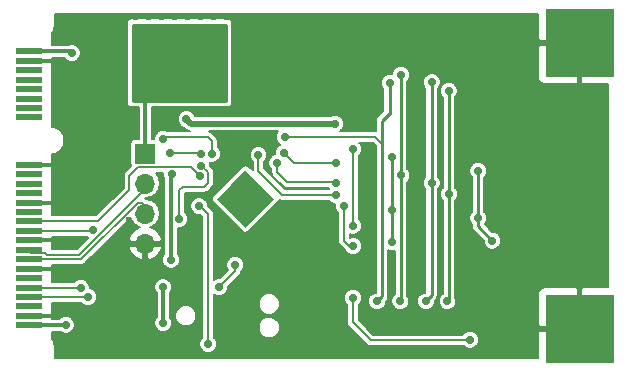
<source format=gbl>
G04 #@! TF.FileFunction,Copper,L2,Bot,Signal*
%FSLAX46Y46*%
G04 Gerber Fmt 4.6, Leading zero omitted, Abs format (unit mm)*
G04 Created by KiCad (PCBNEW 4.0.4-stable) date 01/24/17 10:41:02*
%MOMM*%
%LPD*%
G01*
G04 APERTURE LIST*
%ADD10C,0.150000*%
%ADD11C,0.600000*%
%ADD12R,1.700000X1.700000*%
%ADD13O,1.700000X1.700000*%
%ADD14R,5.800000X5.800000*%
%ADD15R,2.300000X0.600000*%
%ADD16C,0.711200*%
%ADD17C,0.203200*%
%ADD18C,0.300000*%
%ADD19C,0.508000*%
%ADD20C,0.304800*%
%ADD21C,0.254000*%
%ADD22C,0.200000*%
G04 APERTURE END LIST*
D10*
D11*
X125285500Y-84381500D03*
X129667000Y-95621000D03*
X119380000Y-95621000D03*
X159246000Y-95621000D03*
X158146000Y-95621000D03*
X157046000Y-95621000D03*
X155946000Y-95621000D03*
X154846000Y-95621000D03*
X153746000Y-95621000D03*
X152646000Y-95621000D03*
X151546000Y-95621000D03*
X150446000Y-95621000D03*
X149346000Y-95621000D03*
X148246000Y-95621000D03*
X147146000Y-95621000D03*
X146046000Y-95621000D03*
X144946000Y-95621000D03*
X143846000Y-95621000D03*
X142746000Y-95621000D03*
X141646000Y-95621000D03*
X140546000Y-95621000D03*
X139446000Y-95621000D03*
X158853000Y-67183000D03*
X157753000Y-67183000D03*
X156653000Y-67183000D03*
X155553000Y-67183000D03*
X154453000Y-67183000D03*
X153353000Y-67183000D03*
X152253000Y-67183000D03*
X151153000Y-67183000D03*
X150053000Y-67183000D03*
X148953000Y-67183000D03*
X147853000Y-67183000D03*
X146753000Y-67183000D03*
X145653000Y-67183000D03*
X144553000Y-67183000D03*
X143453000Y-67183000D03*
X142353000Y-67183000D03*
X141253000Y-67183000D03*
X140153000Y-67183000D03*
X139053000Y-67183000D03*
X137953000Y-67183000D03*
X136853000Y-67183000D03*
X135753000Y-67183000D03*
X134653000Y-67183000D03*
X133553000Y-67183000D03*
X132453000Y-67183000D03*
X131353000Y-67183000D03*
X130253000Y-67183000D03*
X129153000Y-67183000D03*
X128053000Y-67183000D03*
X126953000Y-67183000D03*
X125853000Y-67183000D03*
X124753000Y-67183000D03*
X123653000Y-67183000D03*
X122553000Y-67183000D03*
X121453000Y-67183000D03*
X120353000Y-67183000D03*
X119253000Y-67183000D03*
X165608000Y-89652000D03*
X165608000Y-88552000D03*
X165608000Y-87452000D03*
X165608000Y-86352000D03*
X165608000Y-85252000D03*
X165608000Y-84152000D03*
X165608000Y-83052000D03*
X165608000Y-81952000D03*
X165608000Y-80852000D03*
X165608000Y-79752000D03*
X165608000Y-78652000D03*
X165608000Y-77552000D03*
X165608000Y-76452000D03*
X165608000Y-75352000D03*
X165608000Y-74252000D03*
X131318000Y-72390000D03*
X130302000Y-72390000D03*
X129159000Y-72390000D03*
X131359000Y-71120000D03*
X130259000Y-71120000D03*
X160909000Y-79883000D03*
X160528000Y-81534000D03*
X159131000Y-81534000D03*
X159639000Y-79883000D03*
X157988000Y-80772000D03*
X159131000Y-78867000D03*
X157353000Y-78867000D03*
X159131000Y-75057000D03*
X158750000Y-73787000D03*
X157353000Y-74803000D03*
X156210000Y-73787000D03*
X157607000Y-72644000D03*
X155321000Y-72644000D03*
D12*
X126619000Y-78740000D03*
D13*
X126619000Y-81280000D03*
X126619000Y-83820000D03*
X126619000Y-86360000D03*
D11*
X165608000Y-73152000D03*
D14*
X163394000Y-69372000D03*
X163394000Y-93572000D03*
D11*
X129159000Y-71120000D03*
D15*
X116744000Y-70072000D03*
X116744000Y-70872000D03*
X116744000Y-71672000D03*
X116744000Y-72472000D03*
X116744000Y-73272000D03*
X116744000Y-74072000D03*
X116744000Y-74872000D03*
X116744000Y-75672000D03*
X116744000Y-79672000D03*
X116744000Y-80472000D03*
X116744000Y-81272000D03*
X116744000Y-82072000D03*
X116744000Y-82872000D03*
X116744000Y-83672000D03*
X116744000Y-84472000D03*
X116744000Y-85272000D03*
X116744000Y-86072000D03*
X116744000Y-86872000D03*
X116744000Y-87672000D03*
X116744000Y-88472000D03*
X116744000Y-89272000D03*
X116744000Y-90072000D03*
X116744000Y-90872000D03*
X116744000Y-91672000D03*
X116744000Y-92472000D03*
X116744000Y-93272000D03*
D10*
G36*
X136322359Y-83796715D02*
X135102600Y-85016474D01*
X133882841Y-83796715D01*
X135102600Y-82576956D01*
X136322359Y-83796715D01*
X136322359Y-83796715D01*
G37*
G36*
X135101044Y-82575400D02*
X133881285Y-83795159D01*
X132661526Y-82575400D01*
X133881285Y-81355641D01*
X135101044Y-82575400D01*
X135101044Y-82575400D01*
G37*
G36*
X137543674Y-82575400D02*
X136323915Y-83795159D01*
X135104156Y-82575400D01*
X136323915Y-81355641D01*
X137543674Y-82575400D01*
X137543674Y-82575400D01*
G37*
G36*
X136322359Y-81354085D02*
X135102600Y-82573844D01*
X133882841Y-81354085D01*
X135102600Y-80134326D01*
X136322359Y-81354085D01*
X136322359Y-81354085D01*
G37*
D11*
X135102600Y-83796715D03*
X133881285Y-82575400D03*
X136323915Y-82575400D03*
X135102600Y-81354085D03*
X135102600Y-82575400D03*
D16*
X119380000Y-88519000D03*
X119380000Y-92329000D03*
X119443500Y-72961500D03*
X119591000Y-79672000D03*
X119467000Y-83272000D03*
X119219000Y-86072000D03*
X142684500Y-76200000D03*
X128143000Y-93091000D03*
X128143000Y-90043000D03*
X130111500Y-75819000D03*
X128803400Y-87731600D03*
X128854200Y-80492600D03*
X121158000Y-90106500D03*
X121793000Y-90868500D03*
X137795000Y-79502000D03*
X150876000Y-81216500D03*
X142748000Y-81216500D03*
X150876000Y-72694800D03*
X150368000Y-91249500D03*
X138430000Y-77343000D03*
X147320000Y-72720200D03*
X146240500Y-91249500D03*
X138366500Y-78676500D03*
X148272500Y-80581500D03*
X142748000Y-79502000D03*
X148272500Y-72072500D03*
X148209000Y-91249500D03*
X152336500Y-82169000D03*
X136207500Y-78867000D03*
X142748000Y-82232500D03*
X152323800Y-73406000D03*
X152209500Y-91249500D03*
X130733800Y-71755000D03*
X132905500Y-90043000D03*
X134239000Y-88138000D03*
X131254500Y-80645000D03*
X131381500Y-79756000D03*
X129476500Y-84264500D03*
X122174000Y-85217000D03*
X132270500Y-78740000D03*
X128143000Y-77470000D03*
X131318000Y-78803500D03*
X128714500Y-78676500D03*
X120396000Y-70231000D03*
X119888000Y-93218000D03*
X144208500Y-84836000D03*
X144208500Y-78359000D03*
X154813000Y-84201000D03*
X154813000Y-80200500D03*
X156019500Y-86106000D03*
X147478750Y-83470750D03*
X147510500Y-86233000D03*
X147510500Y-78994000D03*
X143446500Y-83185000D03*
X144208500Y-86550500D03*
X144208500Y-90932000D03*
X154114500Y-94488000D03*
X131953000Y-94869000D03*
X131191000Y-83185000D03*
D17*
X119237000Y-92472000D02*
X119380000Y-92329000D01*
X119333000Y-88472000D02*
X119079000Y-88472000D01*
X119380000Y-88519000D02*
X119333000Y-88472000D01*
X119374000Y-72892000D02*
X119374000Y-70872000D01*
X119443500Y-72961500D02*
X119374000Y-72892000D01*
X119439000Y-82872000D02*
X119439000Y-83244000D01*
X119439000Y-83244000D02*
X119467000Y-83272000D01*
D18*
X116744000Y-82872000D02*
X119439000Y-82872000D01*
X119439000Y-82872000D02*
X119507000Y-82804000D01*
X116744000Y-70872000D02*
X119374000Y-70872000D01*
X119374000Y-70872000D02*
X119380000Y-70866000D01*
X116744000Y-86072000D02*
X119219000Y-86072000D01*
X119219000Y-86072000D02*
X119253000Y-86106000D01*
X116744000Y-88472000D02*
X119079000Y-88472000D01*
X119079000Y-88472000D02*
X119126000Y-88519000D01*
X116744000Y-92472000D02*
X119237000Y-92472000D01*
X119237000Y-92472000D02*
X119253000Y-92456000D01*
X116744000Y-79672000D02*
X119591000Y-79672000D01*
X119591000Y-79672000D02*
X119634000Y-79629000D01*
D19*
X130492500Y-76200000D02*
X142684500Y-76200000D01*
X130111500Y-75819000D02*
X130492500Y-76200000D01*
D20*
X128143000Y-90043000D02*
X128143000Y-93091000D01*
X128803400Y-80543400D02*
X128803400Y-87731600D01*
X128854200Y-80492600D02*
X128803400Y-80543400D01*
D17*
X126619000Y-81280000D02*
X126619000Y-81707538D01*
X126619000Y-81707538D02*
X125968138Y-82358400D01*
X125968138Y-82358400D02*
X121037737Y-87288801D01*
X118263683Y-87288801D02*
X118095281Y-87120399D01*
X121037737Y-87288801D02*
X118263683Y-87288801D01*
X118095281Y-87120399D02*
X116992399Y-87120399D01*
X116992399Y-87120399D02*
X116744000Y-86872000D01*
X126340631Y-82955369D02*
X125913093Y-82955369D01*
X121196462Y-87672000D02*
X117160800Y-87672000D01*
X125891883Y-82976579D02*
X121196462Y-87672000D01*
X126619000Y-83233738D02*
X126340631Y-82955369D01*
X125913093Y-82955369D02*
X125891883Y-82934159D01*
X125891883Y-82934159D02*
X125891883Y-82976579D01*
X126619000Y-83820000D02*
X126619000Y-83233738D01*
X117160800Y-87672000D02*
X116744000Y-87672000D01*
X121123500Y-90072000D02*
X116744000Y-90072000D01*
X121158000Y-90106500D02*
X121123500Y-90072000D01*
X121789500Y-90872000D02*
X116744000Y-90872000D01*
X121793000Y-90868500D02*
X121789500Y-90872000D01*
X137795000Y-79502000D02*
X137795000Y-80327500D01*
X142684500Y-81153000D02*
X142748000Y-81216500D01*
X138620500Y-81153000D02*
X142684500Y-81153000D01*
X137795000Y-80327500D02*
X138620500Y-81153000D01*
D21*
X150876000Y-81216500D02*
X150876000Y-74168000D01*
X150876000Y-72694800D02*
X150876000Y-74168000D01*
X150368000Y-91249500D02*
X150876000Y-90741500D01*
X150876000Y-90741500D02*
X150876000Y-81216500D01*
D17*
X146685000Y-77851000D02*
X146685000Y-77914500D01*
X146113500Y-77343000D02*
X146685000Y-77914500D01*
X146113500Y-77343000D02*
X138430000Y-77343000D01*
D21*
X146685000Y-79184500D02*
X146685000Y-79311500D01*
X146685000Y-79311500D02*
X146685000Y-90805000D01*
X146685000Y-90805000D02*
X146685000Y-90678000D01*
X146685000Y-90678000D02*
X146685000Y-90805000D01*
X147320000Y-75374500D02*
X147256500Y-75374500D01*
X146685000Y-75946000D02*
X146685000Y-77851000D01*
X146685000Y-77851000D02*
X146685000Y-79184500D01*
X147256500Y-75374500D02*
X146685000Y-75946000D01*
X147320000Y-72720200D02*
X147320000Y-73533000D01*
X146240500Y-91249500D02*
X146685000Y-90805000D01*
X147320000Y-75374500D02*
X147320000Y-73533000D01*
D17*
X138366500Y-78676500D02*
X139192000Y-79502000D01*
X139192000Y-79502000D02*
X142748000Y-79502000D01*
D21*
X148272500Y-80581500D02*
X148272500Y-72072500D01*
X148272500Y-91186000D02*
X148272500Y-82423000D01*
X148272500Y-82423000D02*
X148272500Y-80581500D01*
X148209000Y-91249500D02*
X148272500Y-91186000D01*
D17*
X136207500Y-78867000D02*
X136207500Y-80200500D01*
X138239500Y-82232500D02*
X142748000Y-82232500D01*
X136207500Y-80200500D02*
X138239500Y-82232500D01*
D21*
X152336500Y-73418700D02*
X152336500Y-74803000D01*
X152323800Y-73406000D02*
X152336500Y-73418700D01*
X152336500Y-91122500D02*
X152336500Y-82169000D01*
X152336500Y-82169000D02*
X152336500Y-74803000D01*
X152209500Y-91249500D02*
X152336500Y-91122500D01*
D20*
X126619000Y-78740000D02*
X126619000Y-73558400D01*
X127736600Y-72440800D02*
X126619000Y-73558400D01*
X130048000Y-72440800D02*
X127736600Y-72440800D01*
X130048000Y-72440800D02*
X130733800Y-71755000D01*
D17*
X132905500Y-90043000D02*
X134239000Y-88709500D01*
X134239000Y-88709500D02*
X134239000Y-88138000D01*
X134302500Y-88201500D02*
X134239000Y-88138000D01*
X120379000Y-84472000D02*
X122665000Y-84472000D01*
X125285500Y-80645000D02*
X126047500Y-79883000D01*
X125285500Y-81851500D02*
X125285500Y-80645000D01*
X122665000Y-84472000D02*
X125285500Y-81851500D01*
X116744000Y-84472000D02*
X120379000Y-84472000D01*
X126047500Y-79883000D02*
X128587500Y-79883000D01*
X128587500Y-79883000D02*
X130492500Y-79883000D01*
X130492500Y-79883000D02*
X131254500Y-80645000D01*
X129476500Y-84264500D02*
X129476500Y-81851500D01*
X131635500Y-81534000D02*
X131953000Y-81216500D01*
X129794000Y-81534000D02*
X131635500Y-81534000D01*
X129476500Y-81851500D02*
X129794000Y-81534000D01*
X116744000Y-85272000D02*
X122119000Y-85272000D01*
X131953000Y-80327500D02*
X131381500Y-79756000D01*
X131953000Y-81216500D02*
X131953000Y-80327500D01*
X122119000Y-85272000D02*
X122174000Y-85217000D01*
X132270500Y-77660500D02*
X132270500Y-78740000D01*
X131953000Y-77343000D02*
X132270500Y-77660500D01*
X128270000Y-77343000D02*
X131953000Y-77343000D01*
X128143000Y-77470000D02*
X128270000Y-77343000D01*
X131318000Y-78803500D02*
X131191000Y-78676500D01*
X131191000Y-78676500D02*
X128714500Y-78676500D01*
D20*
X116744000Y-93272000D02*
X119834000Y-93272000D01*
X120237000Y-70072000D02*
X116744000Y-70072000D01*
D21*
X120396000Y-70231000D02*
X120237000Y-70072000D01*
X119834000Y-93272000D02*
X119888000Y-93218000D01*
D17*
X144208500Y-84836000D02*
X144208500Y-78359000D01*
D21*
X154813000Y-84899500D02*
X154813000Y-84201000D01*
X154813000Y-84201000D02*
X154813000Y-80200500D01*
X156019500Y-86106000D02*
X154813000Y-84899500D01*
D17*
X147478750Y-83470750D02*
X147510500Y-83439000D01*
X147510500Y-83439000D02*
X147447000Y-83439000D01*
X147447000Y-83439000D02*
X147510500Y-83439000D01*
D21*
X147510500Y-78994000D02*
X147510500Y-83439000D01*
X147510500Y-83439000D02*
X147510500Y-86233000D01*
D17*
X143446500Y-83185000D02*
X143446500Y-86106000D01*
X143446500Y-86106000D02*
X143891000Y-86550500D01*
X143891000Y-86550500D02*
X144208500Y-86550500D01*
X144208500Y-93027500D02*
X144208500Y-90932000D01*
X145732500Y-94551500D02*
X144208500Y-93027500D01*
X154051000Y-94551500D02*
X145732500Y-94551500D01*
X154114500Y-94488000D02*
X154051000Y-94551500D01*
X131191000Y-83185000D02*
X131254500Y-83185000D01*
X131953000Y-83883500D02*
X131953000Y-94869000D01*
X131254500Y-83185000D02*
X131953000Y-83883500D01*
D22*
G36*
X159886000Y-69066000D02*
X160038000Y-69218000D01*
X163240000Y-69218000D01*
X163240000Y-69198000D01*
X163548000Y-69198000D01*
X163548000Y-69218000D01*
X163568000Y-69218000D01*
X163568000Y-69526000D01*
X163548000Y-69526000D01*
X163548000Y-72728000D01*
X163700000Y-72880000D01*
X165844000Y-72880000D01*
X165844000Y-90064000D01*
X163700000Y-90064000D01*
X163548000Y-90216000D01*
X163548000Y-93418000D01*
X163568000Y-93418000D01*
X163568000Y-93726000D01*
X163548000Y-93726000D01*
X163548000Y-93746000D01*
X163240000Y-93746000D01*
X163240000Y-93726000D01*
X160038000Y-93726000D01*
X159886000Y-93878000D01*
X159886000Y-96022000D01*
X118994000Y-96022000D01*
X118994000Y-95122000D01*
X118985354Y-95078533D01*
X118985354Y-95034210D01*
X118924457Y-94728063D01*
X118924457Y-94728061D01*
X118889682Y-94644107D01*
X118857266Y-94565846D01*
X118857262Y-94565842D01*
X118744000Y-94396335D01*
X118744000Y-93824400D01*
X119425694Y-93824400D01*
X119459428Y-93858193D01*
X119737043Y-93973468D01*
X120037639Y-93973731D01*
X120315454Y-93858940D01*
X120528193Y-93646572D01*
X120643468Y-93368957D01*
X120643731Y-93068361D01*
X120528940Y-92790546D01*
X120316572Y-92577807D01*
X120038957Y-92462532D01*
X119738361Y-92462269D01*
X119460546Y-92577060D01*
X119317757Y-92719600D01*
X118744000Y-92719600D01*
X118744000Y-91373600D01*
X121229571Y-91373600D01*
X121364428Y-91508693D01*
X121642043Y-91623968D01*
X121942639Y-91624231D01*
X122220454Y-91509440D01*
X122433193Y-91297072D01*
X122548468Y-91019457D01*
X122548731Y-90718861D01*
X122433940Y-90441046D01*
X122221572Y-90228307D01*
X122135674Y-90192639D01*
X127387269Y-90192639D01*
X127502060Y-90470454D01*
X127590600Y-90559149D01*
X127590600Y-92574788D01*
X127502807Y-92662428D01*
X127387532Y-92940043D01*
X127387269Y-93240639D01*
X127502060Y-93518454D01*
X127714428Y-93731193D01*
X127992043Y-93846468D01*
X128292639Y-93846731D01*
X128570454Y-93731940D01*
X128783193Y-93519572D01*
X128898468Y-93241957D01*
X128898731Y-92941361D01*
X128783940Y-92663546D01*
X128754682Y-92634236D01*
X129140344Y-92634236D01*
X129277072Y-92965143D01*
X129530025Y-93218538D01*
X129860694Y-93355843D01*
X130218736Y-93356156D01*
X130549643Y-93219428D01*
X130803038Y-92966475D01*
X130940343Y-92635806D01*
X130940656Y-92277764D01*
X130803928Y-91946857D01*
X130550975Y-91693462D01*
X130220306Y-91556157D01*
X129862264Y-91555844D01*
X129531357Y-91692572D01*
X129277962Y-91945525D01*
X129140657Y-92276194D01*
X129140344Y-92634236D01*
X128754682Y-92634236D01*
X128695400Y-92574851D01*
X128695400Y-90559212D01*
X128783193Y-90471572D01*
X128898468Y-90193957D01*
X128898731Y-89893361D01*
X128783940Y-89615546D01*
X128571572Y-89402807D01*
X128293957Y-89287532D01*
X127993361Y-89287269D01*
X127715546Y-89402060D01*
X127502807Y-89614428D01*
X127387532Y-89892043D01*
X127387269Y-90192639D01*
X122135674Y-90192639D01*
X121943957Y-90113032D01*
X121913594Y-90113005D01*
X121913731Y-89956861D01*
X121798940Y-89679046D01*
X121586572Y-89466307D01*
X121308957Y-89351032D01*
X121008361Y-89350769D01*
X120730546Y-89465560D01*
X120625523Y-89570400D01*
X118744000Y-89570400D01*
X118744000Y-88173600D01*
X121196462Y-88173600D01*
X121388416Y-88135418D01*
X121551147Y-88026685D01*
X122838922Y-86738910D01*
X125211097Y-86738910D01*
X125355523Y-87087616D01*
X125730146Y-87515741D01*
X126240089Y-87767915D01*
X126465000Y-87657856D01*
X126465000Y-86514000D01*
X126773000Y-86514000D01*
X126773000Y-87657856D01*
X126997911Y-87767915D01*
X127507854Y-87515741D01*
X127882477Y-87087616D01*
X128026903Y-86738910D01*
X127915889Y-86514000D01*
X126773000Y-86514000D01*
X126465000Y-86514000D01*
X125322111Y-86514000D01*
X125211097Y-86738910D01*
X122838922Y-86738910D01*
X125413086Y-84164746D01*
X125439662Y-84298354D01*
X125710628Y-84703883D01*
X126116157Y-84974849D01*
X126171710Y-84985899D01*
X125730146Y-85204259D01*
X125355523Y-85632384D01*
X125211097Y-85981090D01*
X125322111Y-86206000D01*
X126465000Y-86206000D01*
X126465000Y-86186000D01*
X126773000Y-86186000D01*
X126773000Y-86206000D01*
X127915889Y-86206000D01*
X128026903Y-85981090D01*
X127882477Y-85632384D01*
X127507854Y-85204259D01*
X127066290Y-84985899D01*
X127121843Y-84974849D01*
X127527372Y-84703883D01*
X127798338Y-84298354D01*
X127893489Y-83820000D01*
X127798338Y-83341646D01*
X127527372Y-82936117D01*
X127121843Y-82665151D01*
X126651897Y-82571672D01*
X126587418Y-82528589D01*
X126594511Y-82530000D01*
X126643489Y-82530000D01*
X127121843Y-82434849D01*
X127527372Y-82163883D01*
X127798338Y-81758354D01*
X127893489Y-81280000D01*
X127798338Y-80801646D01*
X127527372Y-80396117D01*
X127510136Y-80384600D01*
X128098694Y-80384600D01*
X128098469Y-80642239D01*
X128213260Y-80920054D01*
X128251000Y-80957860D01*
X128251000Y-87215388D01*
X128163207Y-87303028D01*
X128047932Y-87580643D01*
X128047669Y-87881239D01*
X128162460Y-88159054D01*
X128374828Y-88371793D01*
X128652443Y-88487068D01*
X128953039Y-88487331D01*
X129230854Y-88372540D01*
X129443593Y-88160172D01*
X129558868Y-87882557D01*
X129559131Y-87581961D01*
X129444340Y-87304146D01*
X129355800Y-87215451D01*
X129355800Y-85019994D01*
X129626139Y-85020231D01*
X129903954Y-84905440D01*
X130116693Y-84693072D01*
X130231968Y-84415457D01*
X130232231Y-84114861D01*
X130117440Y-83837046D01*
X129978100Y-83697463D01*
X129978100Y-83334639D01*
X130435269Y-83334639D01*
X130550060Y-83612454D01*
X130762428Y-83825193D01*
X131040043Y-83940468D01*
X131300826Y-83940696D01*
X131451400Y-84091270D01*
X131451400Y-94302077D01*
X131312807Y-94440428D01*
X131197532Y-94718043D01*
X131197269Y-95018639D01*
X131312060Y-95296454D01*
X131524428Y-95509193D01*
X131802043Y-95624468D01*
X132102639Y-95624731D01*
X132380454Y-95509940D01*
X132593193Y-95297572D01*
X132708468Y-95019957D01*
X132708731Y-94719361D01*
X132593940Y-94441546D01*
X132454600Y-94301963D01*
X132454600Y-93634236D01*
X136240344Y-93634236D01*
X136377072Y-93965143D01*
X136630025Y-94218538D01*
X136960694Y-94355843D01*
X137318736Y-94356156D01*
X137649643Y-94219428D01*
X137903038Y-93966475D01*
X138040343Y-93635806D01*
X138040656Y-93277764D01*
X137903928Y-92946857D01*
X137650975Y-92693462D01*
X137320306Y-92556157D01*
X136962264Y-92555844D01*
X136631357Y-92692572D01*
X136377962Y-92945525D01*
X136240657Y-93276194D01*
X136240344Y-93634236D01*
X132454600Y-93634236D01*
X132454600Y-91634236D01*
X136240344Y-91634236D01*
X136377072Y-91965143D01*
X136630025Y-92218538D01*
X136960694Y-92355843D01*
X137318736Y-92356156D01*
X137649643Y-92219428D01*
X137903038Y-91966475D01*
X138040343Y-91635806D01*
X138040656Y-91277764D01*
X137959619Y-91081639D01*
X143452769Y-91081639D01*
X143567560Y-91359454D01*
X143706900Y-91499037D01*
X143706900Y-93027500D01*
X143745082Y-93219454D01*
X143853815Y-93382185D01*
X145377813Y-94906182D01*
X145377815Y-94906185D01*
X145540546Y-95014918D01*
X145732500Y-95053100D01*
X153610966Y-95053100D01*
X153685928Y-95128193D01*
X153963543Y-95243468D01*
X154264139Y-95243731D01*
X154541954Y-95128940D01*
X154754693Y-94916572D01*
X154869968Y-94638957D01*
X154870231Y-94338361D01*
X154755440Y-94060546D01*
X154543072Y-93847807D01*
X154265457Y-93732532D01*
X153964861Y-93732269D01*
X153687046Y-93847060D01*
X153483852Y-94049900D01*
X145940269Y-94049900D01*
X144710100Y-92819730D01*
X144710100Y-91498923D01*
X144848693Y-91360572D01*
X144963968Y-91082957D01*
X144964231Y-90782361D01*
X144849440Y-90504546D01*
X144637072Y-90291807D01*
X144359457Y-90176532D01*
X144058861Y-90176269D01*
X143781046Y-90291060D01*
X143568307Y-90503428D01*
X143453032Y-90781043D01*
X143452769Y-91081639D01*
X137959619Y-91081639D01*
X137903928Y-90946857D01*
X137650975Y-90693462D01*
X137320306Y-90556157D01*
X136962264Y-90555844D01*
X136631357Y-90692572D01*
X136377962Y-90945525D01*
X136240657Y-91276194D01*
X136240344Y-91634236D01*
X132454600Y-91634236D01*
X132454600Y-90660826D01*
X132476928Y-90683193D01*
X132754543Y-90798468D01*
X133055139Y-90798731D01*
X133332954Y-90683940D01*
X133545693Y-90471572D01*
X133660968Y-90193957D01*
X133661141Y-89996729D01*
X134593685Y-89064185D01*
X134702418Y-88901454D01*
X134740600Y-88709500D01*
X134740600Y-88704923D01*
X134879193Y-88566572D01*
X134994468Y-88288957D01*
X134994731Y-87988361D01*
X134879940Y-87710546D01*
X134667572Y-87497807D01*
X134389957Y-87382532D01*
X134089361Y-87382269D01*
X133811546Y-87497060D01*
X133598807Y-87709428D01*
X133483532Y-87987043D01*
X133483269Y-88287639D01*
X133598060Y-88565454D01*
X133635835Y-88603295D01*
X132951690Y-89287440D01*
X132755861Y-89287269D01*
X132478046Y-89402060D01*
X132454600Y-89425465D01*
X132454600Y-83883500D01*
X132416418Y-83691546D01*
X132307685Y-83528815D01*
X131946615Y-83167745D01*
X131946731Y-83035361D01*
X131831940Y-82757546D01*
X131619572Y-82544807D01*
X131341957Y-82429532D01*
X131041361Y-82429269D01*
X130763546Y-82544060D01*
X130550807Y-82756428D01*
X130435532Y-83034043D01*
X130435269Y-83334639D01*
X129978100Y-83334639D01*
X129978100Y-82059270D01*
X130001770Y-82035600D01*
X131635500Y-82035600D01*
X131827454Y-81997418D01*
X131990185Y-81888685D01*
X132307685Y-81571185D01*
X132416418Y-81408454D01*
X132454600Y-81216500D01*
X132454600Y-80327500D01*
X132416418Y-80135546D01*
X132307685Y-79972815D01*
X132137060Y-79802190D01*
X132137231Y-79606361D01*
X132085585Y-79481367D01*
X132119543Y-79495468D01*
X132420139Y-79495731D01*
X132697954Y-79380940D01*
X132910693Y-79168572D01*
X133025968Y-78890957D01*
X133026231Y-78590361D01*
X132911440Y-78312546D01*
X132772100Y-78172963D01*
X132772100Y-77660500D01*
X132733918Y-77468546D01*
X132625185Y-77305815D01*
X132307685Y-76988315D01*
X132144954Y-76879582D01*
X132016345Y-76854000D01*
X137850341Y-76854000D01*
X137789807Y-76914428D01*
X137674532Y-77192043D01*
X137674269Y-77492639D01*
X137789060Y-77770454D01*
X138001428Y-77983193D01*
X138033527Y-77996521D01*
X137939046Y-78035560D01*
X137726307Y-78247928D01*
X137611032Y-78525543D01*
X137610826Y-78760538D01*
X137367546Y-78861060D01*
X137154807Y-79073428D01*
X137039532Y-79351043D01*
X137039269Y-79651639D01*
X137154060Y-79929454D01*
X137293400Y-80069037D01*
X137293400Y-80327500D01*
X137331582Y-80519454D01*
X137440315Y-80682185D01*
X138265815Y-81507685D01*
X138428546Y-81616418D01*
X138620500Y-81654600D01*
X142117687Y-81654600D01*
X142187420Y-81724454D01*
X142180963Y-81730900D01*
X138447270Y-81730900D01*
X136709100Y-79992730D01*
X136709100Y-79433923D01*
X136847693Y-79295572D01*
X136962968Y-79017957D01*
X136963231Y-78717361D01*
X136848440Y-78439546D01*
X136636072Y-78226807D01*
X136358457Y-78111532D01*
X136057861Y-78111269D01*
X135780046Y-78226060D01*
X135567307Y-78438428D01*
X135452032Y-78716043D01*
X135451769Y-79016639D01*
X135566560Y-79294454D01*
X135705900Y-79434037D01*
X135705900Y-80160858D01*
X135390984Y-79845942D01*
X135266446Y-79760850D01*
X135108234Y-79726529D01*
X134949134Y-79756466D01*
X134814216Y-79845942D01*
X133594457Y-81065701D01*
X133593802Y-81066659D01*
X133592901Y-81067257D01*
X132373142Y-82287016D01*
X132288050Y-82411554D01*
X132253729Y-82569766D01*
X132283666Y-82728866D01*
X132373142Y-82863784D01*
X133592901Y-84083543D01*
X133593859Y-84084198D01*
X133594457Y-84085099D01*
X134814216Y-85304858D01*
X134938754Y-85389950D01*
X135096966Y-85424271D01*
X135256066Y-85394334D01*
X135390984Y-85304858D01*
X136610743Y-84085099D01*
X136611398Y-84084141D01*
X136612299Y-84083543D01*
X137832058Y-82863784D01*
X137917150Y-82739246D01*
X137941867Y-82625306D01*
X138047546Y-82695918D01*
X138239500Y-82734100D01*
X142181077Y-82734100D01*
X142319428Y-82872693D01*
X142597043Y-82987968D01*
X142710123Y-82988067D01*
X142691032Y-83034043D01*
X142690769Y-83334639D01*
X142805560Y-83612454D01*
X142944900Y-83752037D01*
X142944900Y-86106000D01*
X142983082Y-86297954D01*
X143091815Y-86460685D01*
X143536315Y-86905185D01*
X143537941Y-86906272D01*
X143567560Y-86977954D01*
X143779928Y-87190693D01*
X144057543Y-87305968D01*
X144358139Y-87306231D01*
X144635954Y-87191440D01*
X144848693Y-86979072D01*
X144963968Y-86701457D01*
X144964231Y-86400861D01*
X144849440Y-86123046D01*
X144637072Y-85910307D01*
X144359457Y-85795032D01*
X144058861Y-85794769D01*
X143948100Y-85840535D01*
X143948100Y-85546024D01*
X144057543Y-85591468D01*
X144358139Y-85591731D01*
X144635954Y-85476940D01*
X144848693Y-85264572D01*
X144963968Y-84986957D01*
X144964231Y-84686361D01*
X144849440Y-84408546D01*
X144710100Y-84268963D01*
X144710100Y-78925923D01*
X144848693Y-78787572D01*
X144963968Y-78509957D01*
X144964231Y-78209361D01*
X144849440Y-77931546D01*
X144762646Y-77844600D01*
X145905730Y-77844600D01*
X146158000Y-78096870D01*
X146158000Y-90493828D01*
X146090861Y-90493769D01*
X145813046Y-90608560D01*
X145600307Y-90820928D01*
X145485032Y-91098543D01*
X145484769Y-91399139D01*
X145599560Y-91676954D01*
X145811928Y-91889693D01*
X146089543Y-92004968D01*
X146390139Y-92005231D01*
X146667954Y-91890440D01*
X146880693Y-91678072D01*
X146995968Y-91400457D01*
X146996109Y-91239181D01*
X147057645Y-91177645D01*
X147171885Y-91006675D01*
X147212000Y-90805000D01*
X147212000Y-86927203D01*
X147359543Y-86988468D01*
X147660139Y-86988731D01*
X147745500Y-86953460D01*
X147745500Y-90644543D01*
X147568807Y-90820928D01*
X147453532Y-91098543D01*
X147453269Y-91399139D01*
X147568060Y-91676954D01*
X147780428Y-91889693D01*
X148058043Y-92004968D01*
X148358639Y-92005231D01*
X148636454Y-91890440D01*
X148849193Y-91678072D01*
X148964468Y-91400457D01*
X148964469Y-91399139D01*
X149612269Y-91399139D01*
X149727060Y-91676954D01*
X149939428Y-91889693D01*
X150217043Y-92004968D01*
X150517639Y-92005231D01*
X150795454Y-91890440D01*
X151008193Y-91678072D01*
X151123468Y-91400457D01*
X151123469Y-91399139D01*
X151453769Y-91399139D01*
X151568560Y-91676954D01*
X151780928Y-91889693D01*
X152058543Y-92004968D01*
X152359139Y-92005231D01*
X152636954Y-91890440D01*
X152849693Y-91678072D01*
X152964968Y-91400457D01*
X152965231Y-91099861D01*
X152863500Y-90853654D01*
X152863500Y-90551062D01*
X159886000Y-90551062D01*
X159886000Y-93266000D01*
X160038000Y-93418000D01*
X163240000Y-93418000D01*
X163240000Y-90216000D01*
X163088000Y-90064000D01*
X160373061Y-90064000D01*
X160149595Y-90156563D01*
X159978562Y-90327596D01*
X159886000Y-90551062D01*
X152863500Y-90551062D01*
X152863500Y-82710568D01*
X152976693Y-82597572D01*
X153091968Y-82319957D01*
X153092231Y-82019361D01*
X152977440Y-81741546D01*
X152863500Y-81627407D01*
X152863500Y-80350139D01*
X154057269Y-80350139D01*
X154172060Y-80627954D01*
X154286000Y-80742093D01*
X154286000Y-83659432D01*
X154172807Y-83772428D01*
X154057532Y-84050043D01*
X154057269Y-84350639D01*
X154172060Y-84628454D01*
X154286000Y-84742593D01*
X154286000Y-84899500D01*
X154326115Y-85101175D01*
X154440355Y-85272145D01*
X155263909Y-86095700D01*
X155263769Y-86255639D01*
X155378560Y-86533454D01*
X155590928Y-86746193D01*
X155868543Y-86861468D01*
X156169139Y-86861731D01*
X156446954Y-86746940D01*
X156659693Y-86534572D01*
X156774968Y-86256957D01*
X156775231Y-85956361D01*
X156660440Y-85678546D01*
X156448072Y-85465807D01*
X156170457Y-85350532D01*
X156009182Y-85350391D01*
X155370706Y-84711915D01*
X155453193Y-84629572D01*
X155568468Y-84351957D01*
X155568731Y-84051361D01*
X155453940Y-83773546D01*
X155340000Y-83659407D01*
X155340000Y-80742068D01*
X155453193Y-80629072D01*
X155568468Y-80351457D01*
X155568731Y-80050861D01*
X155453940Y-79773046D01*
X155241572Y-79560307D01*
X154963957Y-79445032D01*
X154663361Y-79444769D01*
X154385546Y-79559560D01*
X154172807Y-79771928D01*
X154057532Y-80049543D01*
X154057269Y-80350139D01*
X152863500Y-80350139D01*
X152863500Y-73934890D01*
X152963993Y-73834572D01*
X153079268Y-73556957D01*
X153079531Y-73256361D01*
X152964740Y-72978546D01*
X152752372Y-72765807D01*
X152474757Y-72650532D01*
X152174161Y-72650269D01*
X151896346Y-72765060D01*
X151683607Y-72977428D01*
X151568332Y-73255043D01*
X151568069Y-73555639D01*
X151682860Y-73833454D01*
X151809500Y-73960315D01*
X151809500Y-81627432D01*
X151696307Y-81740428D01*
X151581032Y-82018043D01*
X151580769Y-82318639D01*
X151695560Y-82596454D01*
X151809500Y-82710593D01*
X151809500Y-90597216D01*
X151782046Y-90608560D01*
X151569307Y-90820928D01*
X151454032Y-91098543D01*
X151453769Y-91399139D01*
X151123469Y-91399139D01*
X151123609Y-91239182D01*
X151248645Y-91114146D01*
X151324978Y-90999906D01*
X151362885Y-90943174D01*
X151403000Y-90741500D01*
X151403000Y-81758068D01*
X151516193Y-81645072D01*
X151631468Y-81367457D01*
X151631731Y-81066861D01*
X151516940Y-80789046D01*
X151403000Y-80674907D01*
X151403000Y-73236368D01*
X151516193Y-73123372D01*
X151631468Y-72845757D01*
X151631731Y-72545161D01*
X151516940Y-72267346D01*
X151304572Y-72054607D01*
X151026957Y-71939332D01*
X150726361Y-71939069D01*
X150448546Y-72053860D01*
X150235807Y-72266228D01*
X150120532Y-72543843D01*
X150120269Y-72844439D01*
X150235060Y-73122254D01*
X150349000Y-73236393D01*
X150349000Y-80674932D01*
X150235807Y-80787928D01*
X150120532Y-81065543D01*
X150120269Y-81366139D01*
X150235060Y-81643954D01*
X150349000Y-81758093D01*
X150349000Y-90493883D01*
X150218361Y-90493769D01*
X149940546Y-90608560D01*
X149727807Y-90820928D01*
X149612532Y-91098543D01*
X149612269Y-91399139D01*
X148964469Y-91399139D01*
X148964731Y-91099861D01*
X148849940Y-90822046D01*
X148799500Y-90771518D01*
X148799500Y-81123068D01*
X148912693Y-81010072D01*
X149027968Y-80732457D01*
X149028231Y-80431861D01*
X148913440Y-80154046D01*
X148799500Y-80039907D01*
X148799500Y-72614068D01*
X148912693Y-72501072D01*
X149027968Y-72223457D01*
X149028231Y-71922861D01*
X148913440Y-71645046D01*
X148701072Y-71432307D01*
X148423457Y-71317032D01*
X148122861Y-71316769D01*
X147845046Y-71431560D01*
X147632307Y-71643928D01*
X147517032Y-71921543D01*
X147516977Y-71983841D01*
X147470957Y-71964732D01*
X147170361Y-71964469D01*
X146892546Y-72079260D01*
X146679807Y-72291628D01*
X146564532Y-72569243D01*
X146564269Y-72869839D01*
X146679060Y-73147654D01*
X146793000Y-73261793D01*
X146793000Y-75092710D01*
X146312355Y-75573355D01*
X146198115Y-75744325D01*
X146158000Y-75946000D01*
X146158000Y-76850252D01*
X146113500Y-76841400D01*
X143110841Y-76841400D01*
X143111954Y-76840940D01*
X143324693Y-76628572D01*
X143439968Y-76350957D01*
X143440231Y-76050361D01*
X143325440Y-75772546D01*
X143113072Y-75559807D01*
X142835457Y-75444532D01*
X142534861Y-75444269D01*
X142288654Y-75546000D01*
X130816259Y-75546000D01*
X130752440Y-75391546D01*
X130540072Y-75178807D01*
X130262457Y-75063532D01*
X129961861Y-75063269D01*
X129684046Y-75178060D01*
X129471307Y-75390428D01*
X129356032Y-75668043D01*
X129355769Y-75968639D01*
X129470560Y-76246454D01*
X129682928Y-76459193D01*
X129928956Y-76561352D01*
X130030052Y-76662448D01*
X130242225Y-76804217D01*
X130429156Y-76841400D01*
X128583145Y-76841400D01*
X128571572Y-76829807D01*
X128293957Y-76714532D01*
X127993361Y-76714269D01*
X127715546Y-76829060D01*
X127502807Y-77041428D01*
X127387532Y-77319043D01*
X127387389Y-77482164D01*
X127171400Y-77482164D01*
X127171400Y-74822000D01*
X133604000Y-74822000D01*
X133749383Y-74794644D01*
X133882908Y-74708723D01*
X133972486Y-74577622D01*
X134004000Y-74422000D01*
X134004000Y-69678000D01*
X159886000Y-69678000D01*
X159886000Y-72392938D01*
X159978562Y-72616404D01*
X160149595Y-72787437D01*
X160373061Y-72880000D01*
X163088000Y-72880000D01*
X163240000Y-72728000D01*
X163240000Y-69526000D01*
X160038000Y-69526000D01*
X159886000Y-69678000D01*
X134004000Y-69678000D01*
X134004000Y-67691000D01*
X133976644Y-67545617D01*
X133890723Y-67412092D01*
X133759622Y-67322514D01*
X133604000Y-67291000D01*
X125476000Y-67291000D01*
X125330617Y-67318356D01*
X125197092Y-67404277D01*
X125107514Y-67535378D01*
X125076000Y-67691000D01*
X125076000Y-74422000D01*
X125103356Y-74567383D01*
X125189277Y-74700908D01*
X125320378Y-74790486D01*
X125476000Y-74822000D01*
X126066600Y-74822000D01*
X126066600Y-77482164D01*
X125769000Y-77482164D01*
X125620769Y-77510056D01*
X125484628Y-77597660D01*
X125393296Y-77731329D01*
X125361164Y-77890000D01*
X125361164Y-79590000D01*
X125389056Y-79738231D01*
X125425799Y-79795331D01*
X124930815Y-80290315D01*
X124822082Y-80453046D01*
X124783900Y-80645000D01*
X124783900Y-81643730D01*
X122457230Y-83970400D01*
X118744000Y-83970400D01*
X118744000Y-78800980D01*
X118968798Y-78756264D01*
X118968804Y-78756264D01*
X119065905Y-78716043D01*
X119131020Y-78689072D01*
X119131023Y-78689069D01*
X119374337Y-78526491D01*
X119498493Y-78402335D01*
X119661071Y-78159021D01*
X119661072Y-78159020D01*
X119728264Y-77996803D01*
X119785354Y-77709790D01*
X119785354Y-77534208D01*
X119785353Y-77534206D01*
X119728264Y-77247197D01*
X119661072Y-77084980D01*
X119661071Y-77084979D01*
X119498491Y-76841663D01*
X119374335Y-76717507D01*
X119131023Y-76554931D01*
X119131020Y-76554928D01*
X119063828Y-76527097D01*
X118968804Y-76487736D01*
X118968798Y-76487736D01*
X118744000Y-76443020D01*
X118744000Y-70624400D01*
X119740989Y-70624400D01*
X119755060Y-70658454D01*
X119967428Y-70871193D01*
X120245043Y-70986468D01*
X120545639Y-70986731D01*
X120823454Y-70871940D01*
X121036193Y-70659572D01*
X121151468Y-70381957D01*
X121151731Y-70081361D01*
X121036940Y-69803546D01*
X120824572Y-69590807D01*
X120546957Y-69475532D01*
X120246361Y-69475269D01*
X120139072Y-69519600D01*
X118744000Y-69519600D01*
X118744000Y-68547665D01*
X118857262Y-68378158D01*
X118857266Y-68378154D01*
X118901400Y-68271602D01*
X118924457Y-68215939D01*
X118924457Y-68215937D01*
X118985354Y-67909790D01*
X118985354Y-67865467D01*
X118994000Y-67822000D01*
X118994000Y-66922000D01*
X159886000Y-66922000D01*
X159886000Y-69066000D01*
X159886000Y-69066000D01*
G37*
X159886000Y-69066000D02*
X160038000Y-69218000D01*
X163240000Y-69218000D01*
X163240000Y-69198000D01*
X163548000Y-69198000D01*
X163548000Y-69218000D01*
X163568000Y-69218000D01*
X163568000Y-69526000D01*
X163548000Y-69526000D01*
X163548000Y-72728000D01*
X163700000Y-72880000D01*
X165844000Y-72880000D01*
X165844000Y-90064000D01*
X163700000Y-90064000D01*
X163548000Y-90216000D01*
X163548000Y-93418000D01*
X163568000Y-93418000D01*
X163568000Y-93726000D01*
X163548000Y-93726000D01*
X163548000Y-93746000D01*
X163240000Y-93746000D01*
X163240000Y-93726000D01*
X160038000Y-93726000D01*
X159886000Y-93878000D01*
X159886000Y-96022000D01*
X118994000Y-96022000D01*
X118994000Y-95122000D01*
X118985354Y-95078533D01*
X118985354Y-95034210D01*
X118924457Y-94728063D01*
X118924457Y-94728061D01*
X118889682Y-94644107D01*
X118857266Y-94565846D01*
X118857262Y-94565842D01*
X118744000Y-94396335D01*
X118744000Y-93824400D01*
X119425694Y-93824400D01*
X119459428Y-93858193D01*
X119737043Y-93973468D01*
X120037639Y-93973731D01*
X120315454Y-93858940D01*
X120528193Y-93646572D01*
X120643468Y-93368957D01*
X120643731Y-93068361D01*
X120528940Y-92790546D01*
X120316572Y-92577807D01*
X120038957Y-92462532D01*
X119738361Y-92462269D01*
X119460546Y-92577060D01*
X119317757Y-92719600D01*
X118744000Y-92719600D01*
X118744000Y-91373600D01*
X121229571Y-91373600D01*
X121364428Y-91508693D01*
X121642043Y-91623968D01*
X121942639Y-91624231D01*
X122220454Y-91509440D01*
X122433193Y-91297072D01*
X122548468Y-91019457D01*
X122548731Y-90718861D01*
X122433940Y-90441046D01*
X122221572Y-90228307D01*
X122135674Y-90192639D01*
X127387269Y-90192639D01*
X127502060Y-90470454D01*
X127590600Y-90559149D01*
X127590600Y-92574788D01*
X127502807Y-92662428D01*
X127387532Y-92940043D01*
X127387269Y-93240639D01*
X127502060Y-93518454D01*
X127714428Y-93731193D01*
X127992043Y-93846468D01*
X128292639Y-93846731D01*
X128570454Y-93731940D01*
X128783193Y-93519572D01*
X128898468Y-93241957D01*
X128898731Y-92941361D01*
X128783940Y-92663546D01*
X128754682Y-92634236D01*
X129140344Y-92634236D01*
X129277072Y-92965143D01*
X129530025Y-93218538D01*
X129860694Y-93355843D01*
X130218736Y-93356156D01*
X130549643Y-93219428D01*
X130803038Y-92966475D01*
X130940343Y-92635806D01*
X130940656Y-92277764D01*
X130803928Y-91946857D01*
X130550975Y-91693462D01*
X130220306Y-91556157D01*
X129862264Y-91555844D01*
X129531357Y-91692572D01*
X129277962Y-91945525D01*
X129140657Y-92276194D01*
X129140344Y-92634236D01*
X128754682Y-92634236D01*
X128695400Y-92574851D01*
X128695400Y-90559212D01*
X128783193Y-90471572D01*
X128898468Y-90193957D01*
X128898731Y-89893361D01*
X128783940Y-89615546D01*
X128571572Y-89402807D01*
X128293957Y-89287532D01*
X127993361Y-89287269D01*
X127715546Y-89402060D01*
X127502807Y-89614428D01*
X127387532Y-89892043D01*
X127387269Y-90192639D01*
X122135674Y-90192639D01*
X121943957Y-90113032D01*
X121913594Y-90113005D01*
X121913731Y-89956861D01*
X121798940Y-89679046D01*
X121586572Y-89466307D01*
X121308957Y-89351032D01*
X121008361Y-89350769D01*
X120730546Y-89465560D01*
X120625523Y-89570400D01*
X118744000Y-89570400D01*
X118744000Y-88173600D01*
X121196462Y-88173600D01*
X121388416Y-88135418D01*
X121551147Y-88026685D01*
X122838922Y-86738910D01*
X125211097Y-86738910D01*
X125355523Y-87087616D01*
X125730146Y-87515741D01*
X126240089Y-87767915D01*
X126465000Y-87657856D01*
X126465000Y-86514000D01*
X126773000Y-86514000D01*
X126773000Y-87657856D01*
X126997911Y-87767915D01*
X127507854Y-87515741D01*
X127882477Y-87087616D01*
X128026903Y-86738910D01*
X127915889Y-86514000D01*
X126773000Y-86514000D01*
X126465000Y-86514000D01*
X125322111Y-86514000D01*
X125211097Y-86738910D01*
X122838922Y-86738910D01*
X125413086Y-84164746D01*
X125439662Y-84298354D01*
X125710628Y-84703883D01*
X126116157Y-84974849D01*
X126171710Y-84985899D01*
X125730146Y-85204259D01*
X125355523Y-85632384D01*
X125211097Y-85981090D01*
X125322111Y-86206000D01*
X126465000Y-86206000D01*
X126465000Y-86186000D01*
X126773000Y-86186000D01*
X126773000Y-86206000D01*
X127915889Y-86206000D01*
X128026903Y-85981090D01*
X127882477Y-85632384D01*
X127507854Y-85204259D01*
X127066290Y-84985899D01*
X127121843Y-84974849D01*
X127527372Y-84703883D01*
X127798338Y-84298354D01*
X127893489Y-83820000D01*
X127798338Y-83341646D01*
X127527372Y-82936117D01*
X127121843Y-82665151D01*
X126651897Y-82571672D01*
X126587418Y-82528589D01*
X126594511Y-82530000D01*
X126643489Y-82530000D01*
X127121843Y-82434849D01*
X127527372Y-82163883D01*
X127798338Y-81758354D01*
X127893489Y-81280000D01*
X127798338Y-80801646D01*
X127527372Y-80396117D01*
X127510136Y-80384600D01*
X128098694Y-80384600D01*
X128098469Y-80642239D01*
X128213260Y-80920054D01*
X128251000Y-80957860D01*
X128251000Y-87215388D01*
X128163207Y-87303028D01*
X128047932Y-87580643D01*
X128047669Y-87881239D01*
X128162460Y-88159054D01*
X128374828Y-88371793D01*
X128652443Y-88487068D01*
X128953039Y-88487331D01*
X129230854Y-88372540D01*
X129443593Y-88160172D01*
X129558868Y-87882557D01*
X129559131Y-87581961D01*
X129444340Y-87304146D01*
X129355800Y-87215451D01*
X129355800Y-85019994D01*
X129626139Y-85020231D01*
X129903954Y-84905440D01*
X130116693Y-84693072D01*
X130231968Y-84415457D01*
X130232231Y-84114861D01*
X130117440Y-83837046D01*
X129978100Y-83697463D01*
X129978100Y-83334639D01*
X130435269Y-83334639D01*
X130550060Y-83612454D01*
X130762428Y-83825193D01*
X131040043Y-83940468D01*
X131300826Y-83940696D01*
X131451400Y-84091270D01*
X131451400Y-94302077D01*
X131312807Y-94440428D01*
X131197532Y-94718043D01*
X131197269Y-95018639D01*
X131312060Y-95296454D01*
X131524428Y-95509193D01*
X131802043Y-95624468D01*
X132102639Y-95624731D01*
X132380454Y-95509940D01*
X132593193Y-95297572D01*
X132708468Y-95019957D01*
X132708731Y-94719361D01*
X132593940Y-94441546D01*
X132454600Y-94301963D01*
X132454600Y-93634236D01*
X136240344Y-93634236D01*
X136377072Y-93965143D01*
X136630025Y-94218538D01*
X136960694Y-94355843D01*
X137318736Y-94356156D01*
X137649643Y-94219428D01*
X137903038Y-93966475D01*
X138040343Y-93635806D01*
X138040656Y-93277764D01*
X137903928Y-92946857D01*
X137650975Y-92693462D01*
X137320306Y-92556157D01*
X136962264Y-92555844D01*
X136631357Y-92692572D01*
X136377962Y-92945525D01*
X136240657Y-93276194D01*
X136240344Y-93634236D01*
X132454600Y-93634236D01*
X132454600Y-91634236D01*
X136240344Y-91634236D01*
X136377072Y-91965143D01*
X136630025Y-92218538D01*
X136960694Y-92355843D01*
X137318736Y-92356156D01*
X137649643Y-92219428D01*
X137903038Y-91966475D01*
X138040343Y-91635806D01*
X138040656Y-91277764D01*
X137959619Y-91081639D01*
X143452769Y-91081639D01*
X143567560Y-91359454D01*
X143706900Y-91499037D01*
X143706900Y-93027500D01*
X143745082Y-93219454D01*
X143853815Y-93382185D01*
X145377813Y-94906182D01*
X145377815Y-94906185D01*
X145540546Y-95014918D01*
X145732500Y-95053100D01*
X153610966Y-95053100D01*
X153685928Y-95128193D01*
X153963543Y-95243468D01*
X154264139Y-95243731D01*
X154541954Y-95128940D01*
X154754693Y-94916572D01*
X154869968Y-94638957D01*
X154870231Y-94338361D01*
X154755440Y-94060546D01*
X154543072Y-93847807D01*
X154265457Y-93732532D01*
X153964861Y-93732269D01*
X153687046Y-93847060D01*
X153483852Y-94049900D01*
X145940269Y-94049900D01*
X144710100Y-92819730D01*
X144710100Y-91498923D01*
X144848693Y-91360572D01*
X144963968Y-91082957D01*
X144964231Y-90782361D01*
X144849440Y-90504546D01*
X144637072Y-90291807D01*
X144359457Y-90176532D01*
X144058861Y-90176269D01*
X143781046Y-90291060D01*
X143568307Y-90503428D01*
X143453032Y-90781043D01*
X143452769Y-91081639D01*
X137959619Y-91081639D01*
X137903928Y-90946857D01*
X137650975Y-90693462D01*
X137320306Y-90556157D01*
X136962264Y-90555844D01*
X136631357Y-90692572D01*
X136377962Y-90945525D01*
X136240657Y-91276194D01*
X136240344Y-91634236D01*
X132454600Y-91634236D01*
X132454600Y-90660826D01*
X132476928Y-90683193D01*
X132754543Y-90798468D01*
X133055139Y-90798731D01*
X133332954Y-90683940D01*
X133545693Y-90471572D01*
X133660968Y-90193957D01*
X133661141Y-89996729D01*
X134593685Y-89064185D01*
X134702418Y-88901454D01*
X134740600Y-88709500D01*
X134740600Y-88704923D01*
X134879193Y-88566572D01*
X134994468Y-88288957D01*
X134994731Y-87988361D01*
X134879940Y-87710546D01*
X134667572Y-87497807D01*
X134389957Y-87382532D01*
X134089361Y-87382269D01*
X133811546Y-87497060D01*
X133598807Y-87709428D01*
X133483532Y-87987043D01*
X133483269Y-88287639D01*
X133598060Y-88565454D01*
X133635835Y-88603295D01*
X132951690Y-89287440D01*
X132755861Y-89287269D01*
X132478046Y-89402060D01*
X132454600Y-89425465D01*
X132454600Y-83883500D01*
X132416418Y-83691546D01*
X132307685Y-83528815D01*
X131946615Y-83167745D01*
X131946731Y-83035361D01*
X131831940Y-82757546D01*
X131619572Y-82544807D01*
X131341957Y-82429532D01*
X131041361Y-82429269D01*
X130763546Y-82544060D01*
X130550807Y-82756428D01*
X130435532Y-83034043D01*
X130435269Y-83334639D01*
X129978100Y-83334639D01*
X129978100Y-82059270D01*
X130001770Y-82035600D01*
X131635500Y-82035600D01*
X131827454Y-81997418D01*
X131990185Y-81888685D01*
X132307685Y-81571185D01*
X132416418Y-81408454D01*
X132454600Y-81216500D01*
X132454600Y-80327500D01*
X132416418Y-80135546D01*
X132307685Y-79972815D01*
X132137060Y-79802190D01*
X132137231Y-79606361D01*
X132085585Y-79481367D01*
X132119543Y-79495468D01*
X132420139Y-79495731D01*
X132697954Y-79380940D01*
X132910693Y-79168572D01*
X133025968Y-78890957D01*
X133026231Y-78590361D01*
X132911440Y-78312546D01*
X132772100Y-78172963D01*
X132772100Y-77660500D01*
X132733918Y-77468546D01*
X132625185Y-77305815D01*
X132307685Y-76988315D01*
X132144954Y-76879582D01*
X132016345Y-76854000D01*
X137850341Y-76854000D01*
X137789807Y-76914428D01*
X137674532Y-77192043D01*
X137674269Y-77492639D01*
X137789060Y-77770454D01*
X138001428Y-77983193D01*
X138033527Y-77996521D01*
X137939046Y-78035560D01*
X137726307Y-78247928D01*
X137611032Y-78525543D01*
X137610826Y-78760538D01*
X137367546Y-78861060D01*
X137154807Y-79073428D01*
X137039532Y-79351043D01*
X137039269Y-79651639D01*
X137154060Y-79929454D01*
X137293400Y-80069037D01*
X137293400Y-80327500D01*
X137331582Y-80519454D01*
X137440315Y-80682185D01*
X138265815Y-81507685D01*
X138428546Y-81616418D01*
X138620500Y-81654600D01*
X142117687Y-81654600D01*
X142187420Y-81724454D01*
X142180963Y-81730900D01*
X138447270Y-81730900D01*
X136709100Y-79992730D01*
X136709100Y-79433923D01*
X136847693Y-79295572D01*
X136962968Y-79017957D01*
X136963231Y-78717361D01*
X136848440Y-78439546D01*
X136636072Y-78226807D01*
X136358457Y-78111532D01*
X136057861Y-78111269D01*
X135780046Y-78226060D01*
X135567307Y-78438428D01*
X135452032Y-78716043D01*
X135451769Y-79016639D01*
X135566560Y-79294454D01*
X135705900Y-79434037D01*
X135705900Y-80160858D01*
X135390984Y-79845942D01*
X135266446Y-79760850D01*
X135108234Y-79726529D01*
X134949134Y-79756466D01*
X134814216Y-79845942D01*
X133594457Y-81065701D01*
X133593802Y-81066659D01*
X133592901Y-81067257D01*
X132373142Y-82287016D01*
X132288050Y-82411554D01*
X132253729Y-82569766D01*
X132283666Y-82728866D01*
X132373142Y-82863784D01*
X133592901Y-84083543D01*
X133593859Y-84084198D01*
X133594457Y-84085099D01*
X134814216Y-85304858D01*
X134938754Y-85389950D01*
X135096966Y-85424271D01*
X135256066Y-85394334D01*
X135390984Y-85304858D01*
X136610743Y-84085099D01*
X136611398Y-84084141D01*
X136612299Y-84083543D01*
X137832058Y-82863784D01*
X137917150Y-82739246D01*
X137941867Y-82625306D01*
X138047546Y-82695918D01*
X138239500Y-82734100D01*
X142181077Y-82734100D01*
X142319428Y-82872693D01*
X142597043Y-82987968D01*
X142710123Y-82988067D01*
X142691032Y-83034043D01*
X142690769Y-83334639D01*
X142805560Y-83612454D01*
X142944900Y-83752037D01*
X142944900Y-86106000D01*
X142983082Y-86297954D01*
X143091815Y-86460685D01*
X143536315Y-86905185D01*
X143537941Y-86906272D01*
X143567560Y-86977954D01*
X143779928Y-87190693D01*
X144057543Y-87305968D01*
X144358139Y-87306231D01*
X144635954Y-87191440D01*
X144848693Y-86979072D01*
X144963968Y-86701457D01*
X144964231Y-86400861D01*
X144849440Y-86123046D01*
X144637072Y-85910307D01*
X144359457Y-85795032D01*
X144058861Y-85794769D01*
X143948100Y-85840535D01*
X143948100Y-85546024D01*
X144057543Y-85591468D01*
X144358139Y-85591731D01*
X144635954Y-85476940D01*
X144848693Y-85264572D01*
X144963968Y-84986957D01*
X144964231Y-84686361D01*
X144849440Y-84408546D01*
X144710100Y-84268963D01*
X144710100Y-78925923D01*
X144848693Y-78787572D01*
X144963968Y-78509957D01*
X144964231Y-78209361D01*
X144849440Y-77931546D01*
X144762646Y-77844600D01*
X145905730Y-77844600D01*
X146158000Y-78096870D01*
X146158000Y-90493828D01*
X146090861Y-90493769D01*
X145813046Y-90608560D01*
X145600307Y-90820928D01*
X145485032Y-91098543D01*
X145484769Y-91399139D01*
X145599560Y-91676954D01*
X145811928Y-91889693D01*
X146089543Y-92004968D01*
X146390139Y-92005231D01*
X146667954Y-91890440D01*
X146880693Y-91678072D01*
X146995968Y-91400457D01*
X146996109Y-91239181D01*
X147057645Y-91177645D01*
X147171885Y-91006675D01*
X147212000Y-90805000D01*
X147212000Y-86927203D01*
X147359543Y-86988468D01*
X147660139Y-86988731D01*
X147745500Y-86953460D01*
X147745500Y-90644543D01*
X147568807Y-90820928D01*
X147453532Y-91098543D01*
X147453269Y-91399139D01*
X147568060Y-91676954D01*
X147780428Y-91889693D01*
X148058043Y-92004968D01*
X148358639Y-92005231D01*
X148636454Y-91890440D01*
X148849193Y-91678072D01*
X148964468Y-91400457D01*
X148964469Y-91399139D01*
X149612269Y-91399139D01*
X149727060Y-91676954D01*
X149939428Y-91889693D01*
X150217043Y-92004968D01*
X150517639Y-92005231D01*
X150795454Y-91890440D01*
X151008193Y-91678072D01*
X151123468Y-91400457D01*
X151123469Y-91399139D01*
X151453769Y-91399139D01*
X151568560Y-91676954D01*
X151780928Y-91889693D01*
X152058543Y-92004968D01*
X152359139Y-92005231D01*
X152636954Y-91890440D01*
X152849693Y-91678072D01*
X152964968Y-91400457D01*
X152965231Y-91099861D01*
X152863500Y-90853654D01*
X152863500Y-90551062D01*
X159886000Y-90551062D01*
X159886000Y-93266000D01*
X160038000Y-93418000D01*
X163240000Y-93418000D01*
X163240000Y-90216000D01*
X163088000Y-90064000D01*
X160373061Y-90064000D01*
X160149595Y-90156563D01*
X159978562Y-90327596D01*
X159886000Y-90551062D01*
X152863500Y-90551062D01*
X152863500Y-82710568D01*
X152976693Y-82597572D01*
X153091968Y-82319957D01*
X153092231Y-82019361D01*
X152977440Y-81741546D01*
X152863500Y-81627407D01*
X152863500Y-80350139D01*
X154057269Y-80350139D01*
X154172060Y-80627954D01*
X154286000Y-80742093D01*
X154286000Y-83659432D01*
X154172807Y-83772428D01*
X154057532Y-84050043D01*
X154057269Y-84350639D01*
X154172060Y-84628454D01*
X154286000Y-84742593D01*
X154286000Y-84899500D01*
X154326115Y-85101175D01*
X154440355Y-85272145D01*
X155263909Y-86095700D01*
X155263769Y-86255639D01*
X155378560Y-86533454D01*
X155590928Y-86746193D01*
X155868543Y-86861468D01*
X156169139Y-86861731D01*
X156446954Y-86746940D01*
X156659693Y-86534572D01*
X156774968Y-86256957D01*
X156775231Y-85956361D01*
X156660440Y-85678546D01*
X156448072Y-85465807D01*
X156170457Y-85350532D01*
X156009182Y-85350391D01*
X155370706Y-84711915D01*
X155453193Y-84629572D01*
X155568468Y-84351957D01*
X155568731Y-84051361D01*
X155453940Y-83773546D01*
X155340000Y-83659407D01*
X155340000Y-80742068D01*
X155453193Y-80629072D01*
X155568468Y-80351457D01*
X155568731Y-80050861D01*
X155453940Y-79773046D01*
X155241572Y-79560307D01*
X154963957Y-79445032D01*
X154663361Y-79444769D01*
X154385546Y-79559560D01*
X154172807Y-79771928D01*
X154057532Y-80049543D01*
X154057269Y-80350139D01*
X152863500Y-80350139D01*
X152863500Y-73934890D01*
X152963993Y-73834572D01*
X153079268Y-73556957D01*
X153079531Y-73256361D01*
X152964740Y-72978546D01*
X152752372Y-72765807D01*
X152474757Y-72650532D01*
X152174161Y-72650269D01*
X151896346Y-72765060D01*
X151683607Y-72977428D01*
X151568332Y-73255043D01*
X151568069Y-73555639D01*
X151682860Y-73833454D01*
X151809500Y-73960315D01*
X151809500Y-81627432D01*
X151696307Y-81740428D01*
X151581032Y-82018043D01*
X151580769Y-82318639D01*
X151695560Y-82596454D01*
X151809500Y-82710593D01*
X151809500Y-90597216D01*
X151782046Y-90608560D01*
X151569307Y-90820928D01*
X151454032Y-91098543D01*
X151453769Y-91399139D01*
X151123469Y-91399139D01*
X151123609Y-91239182D01*
X151248645Y-91114146D01*
X151324978Y-90999906D01*
X151362885Y-90943174D01*
X151403000Y-90741500D01*
X151403000Y-81758068D01*
X151516193Y-81645072D01*
X151631468Y-81367457D01*
X151631731Y-81066861D01*
X151516940Y-80789046D01*
X151403000Y-80674907D01*
X151403000Y-73236368D01*
X151516193Y-73123372D01*
X151631468Y-72845757D01*
X151631731Y-72545161D01*
X151516940Y-72267346D01*
X151304572Y-72054607D01*
X151026957Y-71939332D01*
X150726361Y-71939069D01*
X150448546Y-72053860D01*
X150235807Y-72266228D01*
X150120532Y-72543843D01*
X150120269Y-72844439D01*
X150235060Y-73122254D01*
X150349000Y-73236393D01*
X150349000Y-80674932D01*
X150235807Y-80787928D01*
X150120532Y-81065543D01*
X150120269Y-81366139D01*
X150235060Y-81643954D01*
X150349000Y-81758093D01*
X150349000Y-90493883D01*
X150218361Y-90493769D01*
X149940546Y-90608560D01*
X149727807Y-90820928D01*
X149612532Y-91098543D01*
X149612269Y-91399139D01*
X148964469Y-91399139D01*
X148964731Y-91099861D01*
X148849940Y-90822046D01*
X148799500Y-90771518D01*
X148799500Y-81123068D01*
X148912693Y-81010072D01*
X149027968Y-80732457D01*
X149028231Y-80431861D01*
X148913440Y-80154046D01*
X148799500Y-80039907D01*
X148799500Y-72614068D01*
X148912693Y-72501072D01*
X149027968Y-72223457D01*
X149028231Y-71922861D01*
X148913440Y-71645046D01*
X148701072Y-71432307D01*
X148423457Y-71317032D01*
X148122861Y-71316769D01*
X147845046Y-71431560D01*
X147632307Y-71643928D01*
X147517032Y-71921543D01*
X147516977Y-71983841D01*
X147470957Y-71964732D01*
X147170361Y-71964469D01*
X146892546Y-72079260D01*
X146679807Y-72291628D01*
X146564532Y-72569243D01*
X146564269Y-72869839D01*
X146679060Y-73147654D01*
X146793000Y-73261793D01*
X146793000Y-75092710D01*
X146312355Y-75573355D01*
X146198115Y-75744325D01*
X146158000Y-75946000D01*
X146158000Y-76850252D01*
X146113500Y-76841400D01*
X143110841Y-76841400D01*
X143111954Y-76840940D01*
X143324693Y-76628572D01*
X143439968Y-76350957D01*
X143440231Y-76050361D01*
X143325440Y-75772546D01*
X143113072Y-75559807D01*
X142835457Y-75444532D01*
X142534861Y-75444269D01*
X142288654Y-75546000D01*
X130816259Y-75546000D01*
X130752440Y-75391546D01*
X130540072Y-75178807D01*
X130262457Y-75063532D01*
X129961861Y-75063269D01*
X129684046Y-75178060D01*
X129471307Y-75390428D01*
X129356032Y-75668043D01*
X129355769Y-75968639D01*
X129470560Y-76246454D01*
X129682928Y-76459193D01*
X129928956Y-76561352D01*
X130030052Y-76662448D01*
X130242225Y-76804217D01*
X130429156Y-76841400D01*
X128583145Y-76841400D01*
X128571572Y-76829807D01*
X128293957Y-76714532D01*
X127993361Y-76714269D01*
X127715546Y-76829060D01*
X127502807Y-77041428D01*
X127387532Y-77319043D01*
X127387389Y-77482164D01*
X127171400Y-77482164D01*
X127171400Y-74822000D01*
X133604000Y-74822000D01*
X133749383Y-74794644D01*
X133882908Y-74708723D01*
X133972486Y-74577622D01*
X134004000Y-74422000D01*
X134004000Y-69678000D01*
X159886000Y-69678000D01*
X159886000Y-72392938D01*
X159978562Y-72616404D01*
X160149595Y-72787437D01*
X160373061Y-72880000D01*
X163088000Y-72880000D01*
X163240000Y-72728000D01*
X163240000Y-69526000D01*
X160038000Y-69526000D01*
X159886000Y-69678000D01*
X134004000Y-69678000D01*
X134004000Y-67691000D01*
X133976644Y-67545617D01*
X133890723Y-67412092D01*
X133759622Y-67322514D01*
X133604000Y-67291000D01*
X125476000Y-67291000D01*
X125330617Y-67318356D01*
X125197092Y-67404277D01*
X125107514Y-67535378D01*
X125076000Y-67691000D01*
X125076000Y-74422000D01*
X125103356Y-74567383D01*
X125189277Y-74700908D01*
X125320378Y-74790486D01*
X125476000Y-74822000D01*
X126066600Y-74822000D01*
X126066600Y-77482164D01*
X125769000Y-77482164D01*
X125620769Y-77510056D01*
X125484628Y-77597660D01*
X125393296Y-77731329D01*
X125361164Y-77890000D01*
X125361164Y-79590000D01*
X125389056Y-79738231D01*
X125425799Y-79795331D01*
X124930815Y-80290315D01*
X124822082Y-80453046D01*
X124783900Y-80645000D01*
X124783900Y-81643730D01*
X122457230Y-83970400D01*
X118744000Y-83970400D01*
X118744000Y-78800980D01*
X118968798Y-78756264D01*
X118968804Y-78756264D01*
X119065905Y-78716043D01*
X119131020Y-78689072D01*
X119131023Y-78689069D01*
X119374337Y-78526491D01*
X119498493Y-78402335D01*
X119661071Y-78159021D01*
X119661072Y-78159020D01*
X119728264Y-77996803D01*
X119785354Y-77709790D01*
X119785354Y-77534208D01*
X119785353Y-77534206D01*
X119728264Y-77247197D01*
X119661072Y-77084980D01*
X119661071Y-77084979D01*
X119498491Y-76841663D01*
X119374335Y-76717507D01*
X119131023Y-76554931D01*
X119131020Y-76554928D01*
X119063828Y-76527097D01*
X118968804Y-76487736D01*
X118968798Y-76487736D01*
X118744000Y-76443020D01*
X118744000Y-70624400D01*
X119740989Y-70624400D01*
X119755060Y-70658454D01*
X119967428Y-70871193D01*
X120245043Y-70986468D01*
X120545639Y-70986731D01*
X120823454Y-70871940D01*
X121036193Y-70659572D01*
X121151468Y-70381957D01*
X121151731Y-70081361D01*
X121036940Y-69803546D01*
X120824572Y-69590807D01*
X120546957Y-69475532D01*
X120246361Y-69475269D01*
X120139072Y-69519600D01*
X118744000Y-69519600D01*
X118744000Y-68547665D01*
X118857262Y-68378158D01*
X118857266Y-68378154D01*
X118901400Y-68271602D01*
X118924457Y-68215939D01*
X118924457Y-68215937D01*
X118985354Y-67909790D01*
X118985354Y-67865467D01*
X118994000Y-67822000D01*
X118994000Y-66922000D01*
X159886000Y-66922000D01*
X159886000Y-69066000D01*
G36*
X121745428Y-85857193D02*
X121755707Y-85861461D01*
X120829967Y-86787201D01*
X118744000Y-86787201D01*
X118744000Y-85773600D01*
X121661981Y-85773600D01*
X121745428Y-85857193D01*
X121745428Y-85857193D01*
G37*
X121745428Y-85857193D02*
X121755707Y-85861461D01*
X120829967Y-86787201D01*
X118744000Y-86787201D01*
X118744000Y-85773600D01*
X121661981Y-85773600D01*
X121745428Y-85857193D01*
D21*
G36*
X125716946Y-67863882D02*
X125987865Y-67864118D01*
X126099480Y-67818000D01*
X126706451Y-67818000D01*
X126816946Y-67863882D01*
X127087865Y-67864118D01*
X127199480Y-67818000D01*
X127806451Y-67818000D01*
X127916946Y-67863882D01*
X128187865Y-67864118D01*
X128299480Y-67818000D01*
X128906451Y-67818000D01*
X129016946Y-67863882D01*
X129287865Y-67864118D01*
X129399480Y-67818000D01*
X130006451Y-67818000D01*
X130116946Y-67863882D01*
X130387865Y-67864118D01*
X130499480Y-67818000D01*
X131106451Y-67818000D01*
X131216946Y-67863882D01*
X131487865Y-67864118D01*
X131599480Y-67818000D01*
X132206451Y-67818000D01*
X132316946Y-67863882D01*
X132587865Y-67864118D01*
X132699480Y-67818000D01*
X133306451Y-67818000D01*
X133416946Y-67863882D01*
X133477000Y-67863934D01*
X133477000Y-74295000D01*
X125603000Y-74295000D01*
X125603000Y-67818000D01*
X125606451Y-67818000D01*
X125716946Y-67863882D01*
X125716946Y-67863882D01*
G37*
X125716946Y-67863882D02*
X125987865Y-67864118D01*
X126099480Y-67818000D01*
X126706451Y-67818000D01*
X126816946Y-67863882D01*
X127087865Y-67864118D01*
X127199480Y-67818000D01*
X127806451Y-67818000D01*
X127916946Y-67863882D01*
X128187865Y-67864118D01*
X128299480Y-67818000D01*
X128906451Y-67818000D01*
X129016946Y-67863882D01*
X129287865Y-67864118D01*
X129399480Y-67818000D01*
X130006451Y-67818000D01*
X130116946Y-67863882D01*
X130387865Y-67864118D01*
X130499480Y-67818000D01*
X131106451Y-67818000D01*
X131216946Y-67863882D01*
X131487865Y-67864118D01*
X131599480Y-67818000D01*
X132206451Y-67818000D01*
X132316946Y-67863882D01*
X132587865Y-67864118D01*
X132699480Y-67818000D01*
X133306451Y-67818000D01*
X133416946Y-67863882D01*
X133477000Y-67863934D01*
X133477000Y-74295000D01*
X125603000Y-74295000D01*
X125603000Y-67818000D01*
X125606451Y-67818000D01*
X125716946Y-67863882D01*
M02*

</source>
